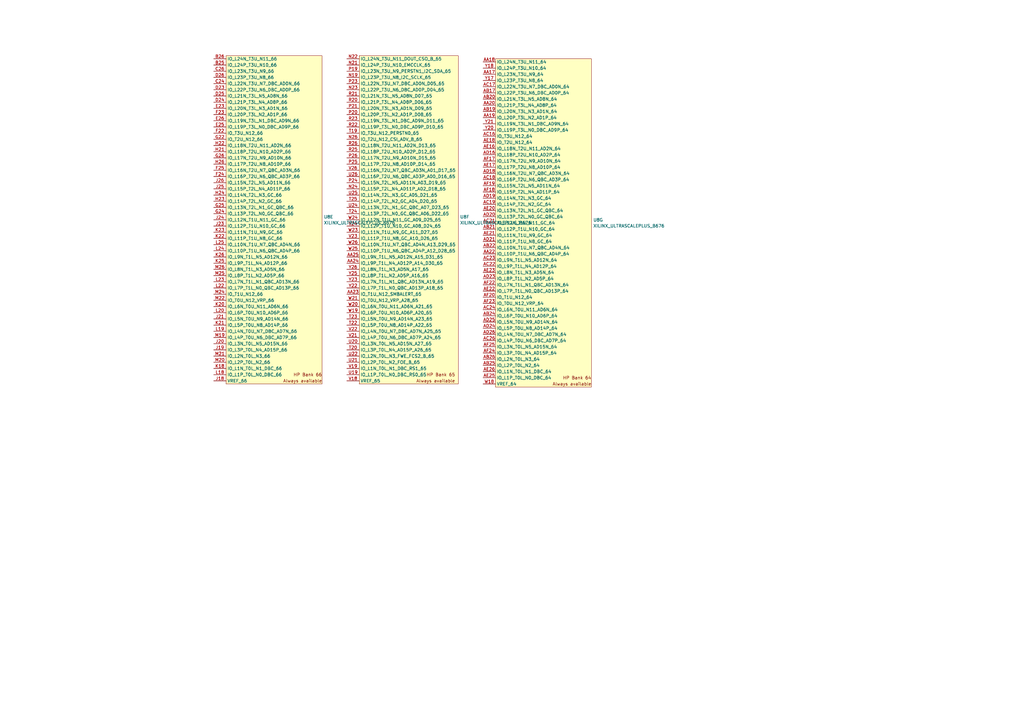
<source format=kicad_sch>
(kicad_sch (version 20231120) (generator "eeschema") (generator_version "8.0")
  (paper "A3")
  (symbol (lib_id "xilinx-azonenberg:XILINX_ULTRASCALEPLUS_B676") (at 203.2 158.75 0) (unit 7)
    (property "Reference" "U8" (at 243.2812 90.2278 0) (effects (justify left)))
    (property "Value" "XILINX_ULTRASCALEPLUS_B676" (at 243.2812 92.6521 0) (effects (justify left)))
  )
  (symbol (lib_id "xilinx-azonenberg:XILINX_ULTRASCALEPLUS_B676") (at 147.32 157.48 0) (unit 6)
    (property "Reference" "U8" (at 188.6712 88.9578 0) (effects (justify left)))
    (property "Value" "XILINX_ULTRASCALEPLUS_B676" (at 188.6712 91.3821 0) (effects (justify left)))
  )
  (symbol (lib_id "xilinx-azonenberg:XILINX_ULTRASCALEPLUS_B676") (at 92.71 157.48 0) (unit 5)
    (property "Reference" "U8" (at 132.7912 88.9578 0) (effects (justify left)))
    (property "Value" "XILINX_ULTRASCALEPLUS_B676" (at 132.7912 91.3821 0) (effects (justify left)))
  )
)
</source>
